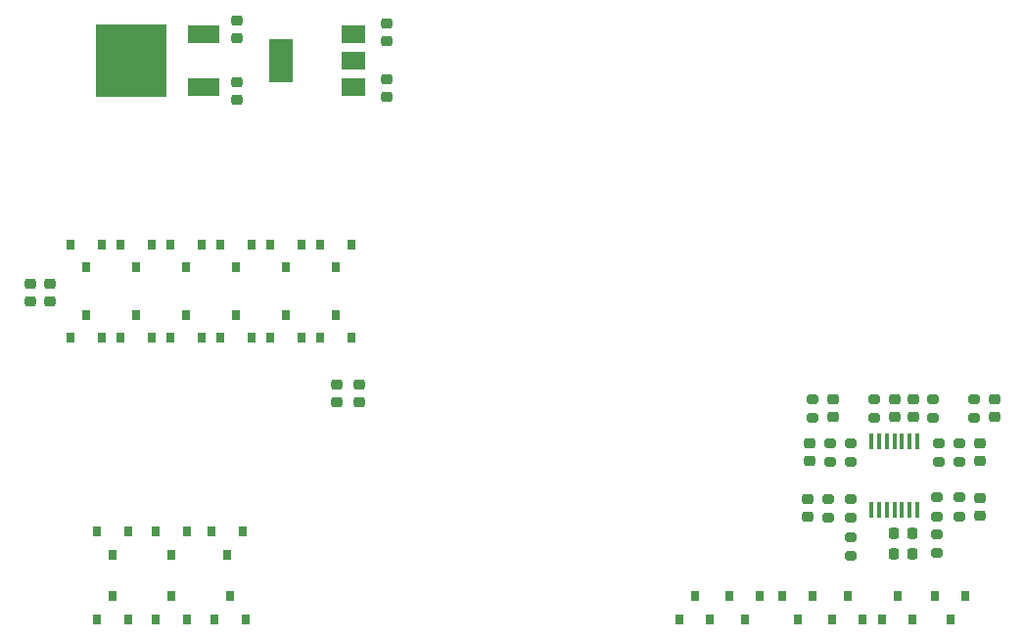
<source format=gbr>
%TF.GenerationSoftware,KiCad,Pcbnew,(6.0.10)*%
%TF.CreationDate,2023-09-13T10:46:53-04:00*%
%TF.ProjectId,min-evolver,6d696e2d-6576-46f6-9c76-65722e6b6963,rev?*%
%TF.SameCoordinates,Original*%
%TF.FileFunction,Paste,Top*%
%TF.FilePolarity,Positive*%
%FSLAX46Y46*%
G04 Gerber Fmt 4.6, Leading zero omitted, Abs format (unit mm)*
G04 Created by KiCad (PCBNEW (6.0.10)) date 2023-09-13 10:46:53*
%MOMM*%
%LPD*%
G01*
G04 APERTURE LIST*
G04 Aperture macros list*
%AMRoundRect*
0 Rectangle with rounded corners*
0 $1 Rounding radius*
0 $2 $3 $4 $5 $6 $7 $8 $9 X,Y pos of 4 corners*
0 Add a 4 corners polygon primitive as box body*
4,1,4,$2,$3,$4,$5,$6,$7,$8,$9,$2,$3,0*
0 Add four circle primitives for the rounded corners*
1,1,$1+$1,$2,$3*
1,1,$1+$1,$4,$5*
1,1,$1+$1,$6,$7*
1,1,$1+$1,$8,$9*
0 Add four rect primitives between the rounded corners*
20,1,$1+$1,$2,$3,$4,$5,0*
20,1,$1+$1,$4,$5,$6,$7,0*
20,1,$1+$1,$6,$7,$8,$9,0*
20,1,$1+$1,$8,$9,$2,$3,0*%
G04 Aperture macros list end*
%ADD10R,0.800000X0.900000*%
%ADD11RoundRect,0.225000X-0.250000X0.225000X-0.250000X-0.225000X0.250000X-0.225000X0.250000X0.225000X0*%
%ADD12RoundRect,0.225000X0.250000X-0.225000X0.250000X0.225000X-0.250000X0.225000X-0.250000X-0.225000X0*%
%ADD13RoundRect,0.225000X0.225000X0.250000X-0.225000X0.250000X-0.225000X-0.250000X0.225000X-0.250000X0*%
%ADD14RoundRect,0.200000X-0.275000X0.200000X-0.275000X-0.200000X0.275000X-0.200000X0.275000X0.200000X0*%
%ADD15RoundRect,0.200000X0.275000X-0.200000X0.275000X0.200000X-0.275000X0.200000X-0.275000X-0.200000X0*%
%ADD16R,2.800000X1.500000*%
%ADD17R,6.100000X6.300000*%
%ADD18R,2.000000X1.500000*%
%ADD19R,2.000000X3.800000*%
%ADD20RoundRect,0.225000X-0.225000X-0.250000X0.225000X-0.250000X0.225000X0.250000X-0.225000X0.250000X0*%
%ADD21R,0.450000X1.450000*%
G04 APERTURE END LIST*
D10*
%TO.C,D10*%
X125476000Y-72128000D03*
X124126000Y-70128000D03*
X126826000Y-70128000D03*
%TD*%
%TO.C,D9*%
X123494800Y-100600000D03*
X124844800Y-102600000D03*
X122144800Y-102600000D03*
%TD*%
%TO.C,D8*%
X187020200Y-100600000D03*
X188370200Y-102600000D03*
X185670200Y-102600000D03*
%TD*%
%TO.C,D7*%
X129794000Y-72128000D03*
X128444000Y-70128000D03*
X131144000Y-70128000D03*
%TD*%
%TO.C,D6*%
X128574800Y-100600000D03*
X129924800Y-102600000D03*
X127224800Y-102600000D03*
%TD*%
%TO.C,D4*%
X191338200Y-100600000D03*
X192688200Y-102600000D03*
X189988200Y-102600000D03*
%TD*%
%TO.C,D3*%
X138430000Y-72128000D03*
X137080000Y-70128000D03*
X139780000Y-70128000D03*
%TD*%
%TO.C,D2*%
X142748000Y-72128000D03*
X141398000Y-70128000D03*
X144098000Y-70128000D03*
%TD*%
%TO.C,D1*%
X133654800Y-100600000D03*
X135004800Y-102600000D03*
X132304800Y-102600000D03*
%TD*%
D11*
%TO.C,C14*%
X134264400Y-50787000D03*
X134264400Y-52337000D03*
%TD*%
%TO.C,C7*%
X183718200Y-87363000D03*
X183718200Y-88913000D03*
%TD*%
%TO.C,C6*%
X198450200Y-87363000D03*
X198450200Y-88913000D03*
%TD*%
D12*
%TO.C,C5*%
X118059200Y-75078000D03*
X118059200Y-73528000D03*
%TD*%
D11*
%TO.C,C3*%
X198450200Y-92062000D03*
X198450200Y-93612000D03*
%TD*%
D13*
%TO.C,C1*%
X192621200Y-96901000D03*
X191071200Y-96901000D03*
%TD*%
D10*
%TO.C,Q4*%
X197260200Y-100600000D03*
X194560200Y-100600000D03*
X195910200Y-102600000D03*
%TD*%
%TO.C,D12*%
X121158000Y-72128000D03*
X119808000Y-70128000D03*
X122508000Y-70128000D03*
%TD*%
%TO.C,Q3*%
X137080000Y-78224000D03*
X139780000Y-78224000D03*
X138430000Y-76224000D03*
%TD*%
%TO.C,Q2*%
X141398000Y-78224000D03*
X144098000Y-78224000D03*
X142748000Y-76224000D03*
%TD*%
%TO.C,Q1*%
X134750800Y-95012000D03*
X132050800Y-95012000D03*
X133400800Y-97012000D03*
%TD*%
%TO.C,D11*%
X173812200Y-100600000D03*
X175162200Y-102600000D03*
X172462200Y-102600000D03*
%TD*%
%TO.C,Q6*%
X129924800Y-95012000D03*
X127224800Y-95012000D03*
X128574800Y-97012000D03*
%TD*%
%TO.C,Q5*%
X132762000Y-78224000D03*
X135462000Y-78224000D03*
X134112000Y-76224000D03*
%TD*%
D14*
%TO.C,R13*%
X196672200Y-87313000D03*
X196672200Y-88963000D03*
%TD*%
%TO.C,R10*%
X196672200Y-92012000D03*
X196672200Y-93662000D03*
%TD*%
%TO.C,R9*%
X185394600Y-92139000D03*
X185394600Y-93789000D03*
%TD*%
D15*
%TO.C,R6*%
X183972200Y-85153000D03*
X183972200Y-83503000D03*
%TD*%
%TO.C,R5*%
X194386200Y-85153000D03*
X194386200Y-83503000D03*
%TD*%
D14*
%TO.C,R4*%
X189306200Y-83503000D03*
X189306200Y-85153000D03*
%TD*%
%TO.C,R2*%
X194767200Y-95187000D03*
X194767200Y-96837000D03*
%TD*%
%TO.C,R1*%
X187274200Y-95441000D03*
X187274200Y-97091000D03*
%TD*%
D10*
%TO.C,Q12*%
X119808000Y-78224000D03*
X122508000Y-78224000D03*
X121158000Y-76224000D03*
%TD*%
%TO.C,Q9*%
X124844800Y-95012000D03*
X122144800Y-95012000D03*
X123494800Y-97012000D03*
%TD*%
%TO.C,Q7*%
X128444000Y-78224000D03*
X131144000Y-78224000D03*
X129794000Y-76224000D03*
%TD*%
D16*
%TO.C,U4*%
X131345000Y-56489600D03*
X131345000Y-51917600D03*
D17*
X125095000Y-54203600D03*
%TD*%
D18*
%TO.C,U3*%
X144315600Y-56529000D03*
X144315600Y-54229000D03*
D19*
X138015600Y-54229000D03*
D18*
X144315600Y-51929000D03*
%TD*%
D11*
%TO.C,C13*%
X147193000Y-51041000D03*
X147193000Y-52591000D03*
%TD*%
D12*
%TO.C,C11*%
X147193000Y-57417000D03*
X147193000Y-55867000D03*
%TD*%
%TO.C,C10*%
X134239000Y-57671000D03*
X134239000Y-56121000D03*
%TD*%
D15*
%TO.C,R7*%
X187274200Y-93789000D03*
X187274200Y-92139000D03*
%TD*%
D14*
%TO.C,R3*%
X197942200Y-83503000D03*
X197942200Y-85153000D03*
%TD*%
D12*
%TO.C,C8*%
X116323532Y-75078000D03*
X116323532Y-73528000D03*
%TD*%
D20*
%TO.C,C2*%
X191071200Y-95123000D03*
X192621200Y-95123000D03*
%TD*%
D11*
%TO.C,C4*%
X183616600Y-92189000D03*
X183616600Y-93739000D03*
%TD*%
D14*
%TO.C,R14*%
X185496200Y-87313000D03*
X185496200Y-88963000D03*
%TD*%
%TO.C,R11*%
X187274200Y-87313000D03*
X187274200Y-88963000D03*
%TD*%
%TO.C,R12*%
X194894200Y-87313000D03*
X194894200Y-88963000D03*
%TD*%
D12*
%TO.C,C16*%
X199720200Y-85103000D03*
X199720200Y-83553000D03*
%TD*%
%TO.C,C18*%
X192735200Y-85103000D03*
X192735200Y-83553000D03*
%TD*%
D10*
%TO.C,D5*%
X134112000Y-72128000D03*
X132762000Y-70128000D03*
X135462000Y-70128000D03*
%TD*%
%TO.C,Q11*%
X179480200Y-100600000D03*
X176780200Y-100600000D03*
X178130200Y-102600000D03*
%TD*%
%TO.C,Q8*%
X184052200Y-100600000D03*
X181352200Y-100600000D03*
X182702200Y-102600000D03*
%TD*%
D12*
%TO.C,C19*%
X185750200Y-85103000D03*
X185750200Y-83553000D03*
%TD*%
D10*
%TO.C,Q10*%
X124126000Y-78224000D03*
X126826000Y-78224000D03*
X125476000Y-76224000D03*
%TD*%
D11*
%TO.C,C9*%
X142849600Y-82283000D03*
X142849600Y-83833000D03*
%TD*%
%TO.C,C12*%
X144780000Y-82283000D03*
X144780000Y-83833000D03*
%TD*%
D12*
%TO.C,C17*%
X191084200Y-85103000D03*
X191084200Y-83553000D03*
%TD*%
D21*
%TO.C,U1*%
X189134200Y-93120000D03*
X189784200Y-93120000D03*
X190434200Y-93120000D03*
X191084200Y-93120000D03*
X191734200Y-93120000D03*
X192384200Y-93120000D03*
X193034200Y-93120000D03*
X193034200Y-87220000D03*
X192384200Y-87220000D03*
X191734200Y-87220000D03*
X191084200Y-87220000D03*
X190434200Y-87220000D03*
X189784200Y-87220000D03*
X189134200Y-87220000D03*
%TD*%
D15*
%TO.C,R8*%
X194792600Y-93662000D03*
X194792600Y-92012000D03*
%TD*%
M02*

</source>
